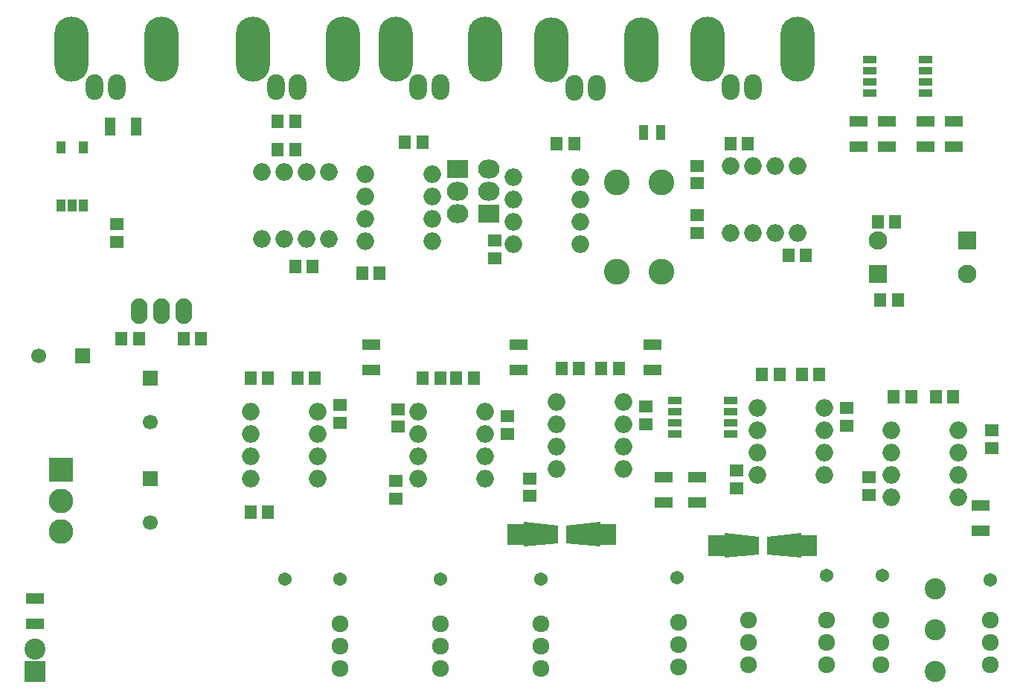
<source format=gbr>
G04 #@! TF.FileFunction,Soldermask,Top*
%FSLAX46Y46*%
G04 Gerber Fmt 4.6, Leading zero omitted, Abs format (unit mm)*
G04 Created by KiCad (PCBNEW 4.0.2+dfsg1-stable) date Mon 14 Nov 2016 14:02:26 NZDT*
%MOMM*%
G01*
G04 APERTURE LIST*
%ADD10C,0.100000*%
%ADD11C,1.924000*%
%ADD12C,2.940000*%
%ADD13R,2.432000X2.127200*%
%ADD14O,2.432000X2.127200*%
%ADD15O,2.000000X2.000000*%
%ADD16R,1.543000X0.908000*%
%ADD17R,1.400000X1.650000*%
%ADD18R,1.650000X1.400000*%
%ADD19R,2.400000X2.400000*%
%ADD20C,2.400000*%
%ADD21C,2.099260*%
%ADD22R,2.099260X2.099260*%
%ADD23C,2.800000*%
%ADD24R,2.800000X2.800000*%
%ADD25O,3.900120X7.400240*%
%ADD26O,2.000200X2.899360*%
%ADD27R,1.100000X1.700000*%
%ADD28R,2.100000X1.300000*%
%ADD29R,1.300000X2.100000*%
%ADD30O,1.901140X2.899360*%
%ADD31C,1.543000*%
%ADD32R,1.700000X1.700000*%
%ADD33C,1.700000*%
%ADD34R,2.398980X2.398980*%
%ADD35R,1.000000X1.400000*%
G04 APERTURE END LIST*
D10*
D11*
X100390000Y-75395000D03*
X100390000Y-72855000D03*
X100390000Y-77935000D03*
D12*
X81600000Y-23105000D03*
X81600000Y-33265000D03*
X76520000Y-23105000D03*
X76520000Y-33265000D03*
D13*
X61900000Y-26655000D03*
D14*
X61900000Y-24115000D03*
X61900000Y-21575000D03*
D15*
X72317000Y-30121000D03*
X72317000Y-27581000D03*
X72317000Y-25041000D03*
X72317000Y-22501000D03*
X64697000Y-22501000D03*
X64697000Y-25041000D03*
X64697000Y-27581000D03*
X64697000Y-30121000D03*
D16*
X105275000Y-12935000D03*
X105275000Y-11665000D03*
X105275000Y-10395000D03*
X105275000Y-9125000D03*
X111625000Y-9125000D03*
X111625000Y-10395000D03*
X111625000Y-11665000D03*
X111625000Y-12935000D03*
D17*
X71625000Y-18666000D03*
X69625000Y-18666000D03*
X22090000Y-40875000D03*
X20090000Y-40875000D03*
D18*
X62571000Y-31719000D03*
X62571000Y-29719000D03*
D17*
X27170000Y-40875000D03*
X29170000Y-40875000D03*
X52375000Y-18525000D03*
X54375000Y-18525000D03*
X39870000Y-32620000D03*
X41870000Y-32620000D03*
X47500000Y-33400000D03*
X49500000Y-33400000D03*
X39870000Y-19380000D03*
X37870000Y-19380000D03*
X39870000Y-16110000D03*
X37870000Y-16110000D03*
D18*
X19550000Y-27810000D03*
X19550000Y-29810000D03*
D17*
X36790000Y-60560000D03*
X34790000Y-60560000D03*
X42140000Y-45320000D03*
X40140000Y-45320000D03*
X34790000Y-45320000D03*
X36790000Y-45320000D03*
D18*
X44950000Y-48400000D03*
X44950000Y-50400000D03*
X79808785Y-48568415D03*
X79808785Y-50568415D03*
X66540000Y-58750000D03*
X66540000Y-56750000D03*
D17*
X76728785Y-44218415D03*
X74728785Y-44218415D03*
X70188785Y-44218415D03*
X72188785Y-44218415D03*
D18*
X51550000Y-50875000D03*
X51550000Y-48875000D03*
X64000000Y-49670000D03*
X64000000Y-51670000D03*
X51300000Y-59020000D03*
X51300000Y-57020000D03*
D17*
X60190000Y-45320000D03*
X58190000Y-45320000D03*
X54380000Y-45320000D03*
X56380000Y-45320000D03*
D18*
X102620000Y-48725000D03*
X102620000Y-50725000D03*
X90075000Y-55850000D03*
X90075000Y-57850000D03*
D17*
X99540000Y-44915000D03*
X97540000Y-44915000D03*
X93000000Y-44915000D03*
X95000000Y-44915000D03*
D18*
X119130000Y-51265000D03*
X119130000Y-53265000D03*
X105160000Y-56615000D03*
X105160000Y-58615000D03*
D17*
X114780000Y-47455000D03*
X112780000Y-47455000D03*
X107970000Y-47455000D03*
X109970000Y-47455000D03*
X108180000Y-27540000D03*
X106180000Y-27540000D03*
X108450000Y-36430000D03*
X106450000Y-36430000D03*
X96020000Y-31350000D03*
X98020000Y-31350000D03*
D18*
X85590000Y-21190000D03*
X85590000Y-23190000D03*
X85590000Y-28810000D03*
X85590000Y-26810000D03*
D17*
X89400000Y-18650000D03*
X91400000Y-18650000D03*
D19*
X10267000Y-78744000D03*
D20*
X10267000Y-76204000D03*
D21*
X116322117Y-33522817D03*
D22*
X106162117Y-33522817D03*
D21*
X106161597Y-29715357D03*
D22*
X116321597Y-29715357D03*
D23*
X13200000Y-59290000D03*
X13200000Y-62790000D03*
D24*
X13200000Y-55790000D03*
D25*
X69062220Y-8035340D03*
X79260320Y-8035340D03*
D26*
X74160000Y-12300000D03*
X71660640Y-12300000D03*
D25*
X51300000Y-7956600D03*
X61498100Y-7956600D03*
D26*
X56397780Y-12221260D03*
X53898420Y-12221260D03*
D25*
X35102613Y-7965105D03*
X45300713Y-7965105D03*
D26*
X40200393Y-12229765D03*
X37701033Y-12229765D03*
D25*
X14452220Y-7936600D03*
X24650320Y-7936600D03*
D26*
X19550000Y-12201260D03*
X17050640Y-12201260D03*
D25*
X86842220Y-7956600D03*
X97040320Y-7956600D03*
D26*
X91940000Y-12221260D03*
X89440640Y-12221260D03*
D27*
X79560000Y-17380000D03*
X81460000Y-17380000D03*
D28*
X10267000Y-70421000D03*
X10267000Y-73321000D03*
D29*
X18850000Y-16750000D03*
X21750000Y-16750000D03*
D28*
X48580000Y-41510000D03*
X48580000Y-44410000D03*
X85590000Y-59470000D03*
X85590000Y-56570000D03*
X81780000Y-59470000D03*
X81780000Y-56570000D03*
X65270000Y-41510000D03*
X65270000Y-44410000D03*
X117860000Y-62695000D03*
X117860000Y-59795000D03*
X114800000Y-16110000D03*
X114800000Y-19010000D03*
X107180000Y-16110000D03*
X107180000Y-19010000D03*
X104005000Y-16110000D03*
X104005000Y-19010000D03*
X111625000Y-16110000D03*
X111625000Y-19010000D03*
D11*
X44950000Y-75800000D03*
X44950000Y-73260000D03*
X44950000Y-78340000D03*
X67810000Y-75800000D03*
X67810000Y-73260000D03*
X67810000Y-78340000D03*
X56380000Y-75800000D03*
X56380000Y-73260000D03*
X56380000Y-78340000D03*
X83500000Y-75675000D03*
X83500000Y-73135000D03*
X83500000Y-78215000D03*
X91500000Y-75395000D03*
X91500000Y-72855000D03*
X91500000Y-77935000D03*
X106500000Y-75395000D03*
X106500000Y-72855000D03*
X106500000Y-77935000D03*
X119000000Y-75395000D03*
X119000000Y-72855000D03*
X119000000Y-77935000D03*
D30*
X24630000Y-37700000D03*
X22090000Y-37700000D03*
X27170000Y-37700000D03*
D15*
X55500000Y-29750000D03*
X55500000Y-27210000D03*
X55500000Y-24670000D03*
X55500000Y-22130000D03*
X47880000Y-22130000D03*
X47880000Y-24670000D03*
X47880000Y-27210000D03*
X47880000Y-29750000D03*
X34790000Y-49130000D03*
X34790000Y-51670000D03*
X34790000Y-54210000D03*
X34790000Y-56750000D03*
X42410000Y-56750000D03*
X42410000Y-54210000D03*
X42410000Y-51670000D03*
X42410000Y-49130000D03*
D16*
X83050000Y-51670000D03*
X83050000Y-50400000D03*
X83050000Y-49130000D03*
X83050000Y-47860000D03*
X89400000Y-47860000D03*
X89400000Y-49130000D03*
X89400000Y-50400000D03*
X89400000Y-51670000D03*
D15*
X69648785Y-48028415D03*
X69648785Y-50568415D03*
X69648785Y-53108415D03*
X69648785Y-55648415D03*
X77268785Y-55648415D03*
X77268785Y-53108415D03*
X77268785Y-50568415D03*
X77268785Y-48028415D03*
X53840000Y-49130000D03*
X53840000Y-51670000D03*
X53840000Y-54210000D03*
X53840000Y-56750000D03*
X61460000Y-56750000D03*
X61460000Y-54210000D03*
X61460000Y-51670000D03*
X61460000Y-49130000D03*
X92460000Y-48725000D03*
X92460000Y-51265000D03*
X92460000Y-53805000D03*
X92460000Y-56345000D03*
X100080000Y-56345000D03*
X100080000Y-53805000D03*
X100080000Y-51265000D03*
X100080000Y-48725000D03*
X107700000Y-51265000D03*
X107700000Y-53805000D03*
X107700000Y-56345000D03*
X107700000Y-58885000D03*
X115320000Y-58885000D03*
X115320000Y-56345000D03*
X115320000Y-53805000D03*
X115320000Y-51265000D03*
X89400000Y-28810000D03*
X91940000Y-28810000D03*
X94480000Y-28810000D03*
X97020000Y-28810000D03*
X97020000Y-21190000D03*
X94480000Y-21190000D03*
X91940000Y-21190000D03*
X89400000Y-21190000D03*
D31*
X38715000Y-68230000D03*
X44950000Y-68180000D03*
X67810000Y-68180000D03*
X56380000Y-68180000D03*
X83360000Y-68000000D03*
X100390000Y-67775000D03*
X106740000Y-67775000D03*
D15*
X36060000Y-29555105D03*
X38600000Y-29555105D03*
X41140000Y-29555105D03*
X43680000Y-29555105D03*
X43680000Y-21935105D03*
X41140000Y-21935105D03*
X38600000Y-21935105D03*
X36060000Y-21935105D03*
D28*
X80510000Y-41510000D03*
X80510000Y-44410000D03*
D32*
X23360000Y-45320000D03*
D33*
X23360000Y-50320000D03*
D32*
X23360000Y-56750000D03*
D33*
X23360000Y-61750000D03*
D10*
G36*
X74586060Y-61701120D02*
X74586060Y-64498880D01*
X70685940Y-64100100D01*
X70685940Y-62099900D01*
X74586060Y-61701120D01*
X74586060Y-61701120D01*
G37*
G36*
X65859940Y-64498880D02*
X65859940Y-61701120D01*
X69760060Y-62099900D01*
X69760060Y-64100100D01*
X65859940Y-64498880D01*
X65859940Y-64498880D01*
G37*
D34*
X75224260Y-63100000D03*
X65221740Y-63100000D03*
D32*
X15660000Y-42780000D03*
D33*
X10660000Y-42780000D03*
D10*
G36*
X97446060Y-62971120D02*
X97446060Y-65768880D01*
X93545940Y-65370100D01*
X93545940Y-63369900D01*
X97446060Y-62971120D01*
X97446060Y-62971120D01*
G37*
G36*
X88719940Y-65768880D02*
X88719940Y-62971120D01*
X92620060Y-63369900D01*
X92620060Y-65370100D01*
X88719940Y-65768880D01*
X88719940Y-65768880D01*
G37*
D34*
X98084260Y-64370000D03*
X88081740Y-64370000D03*
D13*
X58350000Y-21545000D03*
D14*
X58350000Y-24085000D03*
X58350000Y-26625000D03*
D31*
X119000000Y-68250000D03*
D20*
X112750000Y-69300000D03*
X112750000Y-74000000D03*
X112750000Y-78700000D03*
D35*
X15740000Y-19081260D03*
X13200000Y-19081260D03*
X15740000Y-25681260D03*
X13200000Y-25681260D03*
X14470000Y-25681260D03*
M02*

</source>
